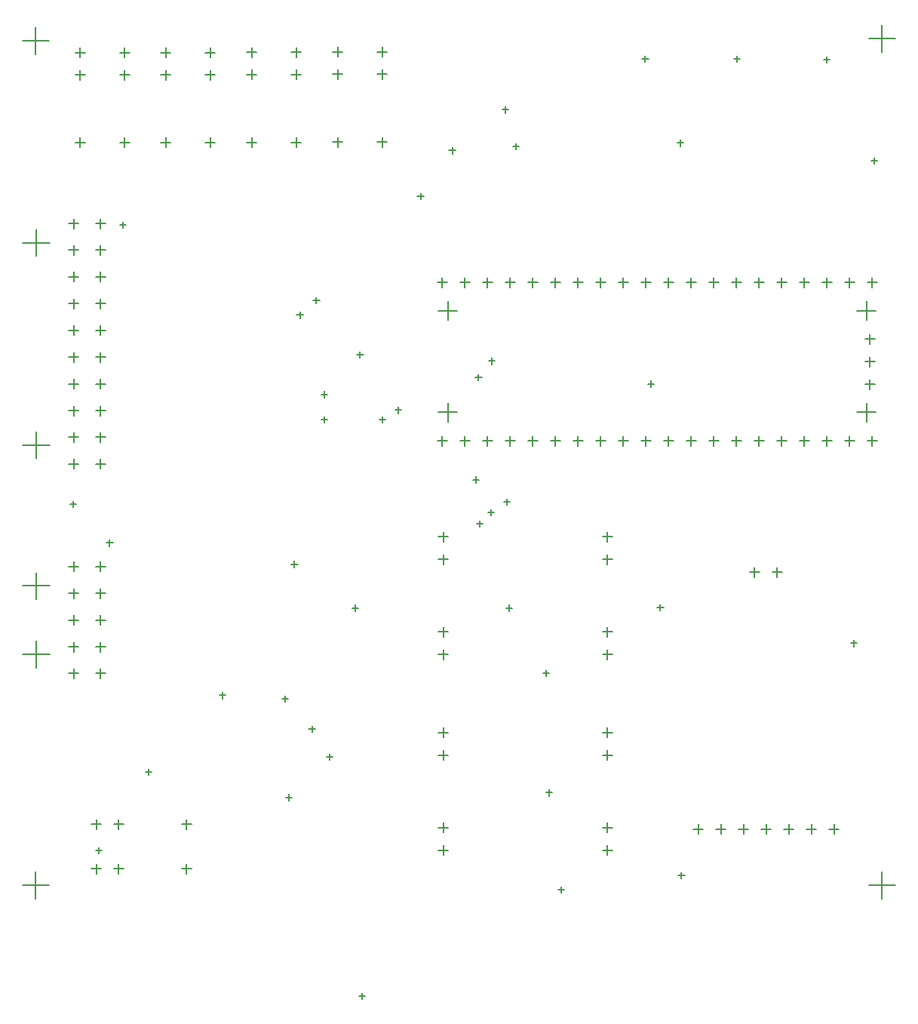
<source format=gbr>
%TF.GenerationSoftware,Altium Limited,Altium Designer,23.4.1 (23)*%
G04 Layer_Color=128*
%FSLAX45Y45*%
%MOMM*%
%TF.SameCoordinates,6CF259D0-23F4-4C04-AF4F-6D395A9B2DD4*%
%TF.FilePolarity,Positive*%
%TF.FileFunction,Drillmap*%
%TF.Part,Single*%
G01*
G75*
%TA.AperFunction,NonConductor*%
%ADD77C,0.12700*%
D77*
X620000Y6175000D02*
X730000D01*
X675000Y6120000D02*
Y6230000D01*
X1885000Y932500D02*
X1995000D01*
X1940000Y877500D02*
Y987500D01*
X1125000Y932500D02*
X1235000D01*
X1180000Y877500D02*
Y987500D01*
X875000Y932500D02*
X985000D01*
X930000Y877500D02*
Y987500D01*
X875000Y432500D02*
X985000D01*
X930000Y377500D02*
Y487500D01*
X1125000Y432500D02*
X1235000D01*
X1180000Y377500D02*
Y487500D01*
X1885000Y432500D02*
X1995000D01*
X1940000Y377500D02*
Y487500D01*
X1192500Y8582500D02*
X1302500D01*
X1247500Y8527500D02*
Y8637500D01*
X1192500Y9342500D02*
X1302500D01*
X1247500Y9287500D02*
Y9397500D01*
X1192500Y9592500D02*
X1302500D01*
X1247500Y9537500D02*
Y9647500D01*
X692500Y9592500D02*
X802500D01*
X747500Y9537500D02*
Y9647500D01*
X692500Y9342500D02*
X802500D01*
X747500Y9287500D02*
Y9397500D01*
X692500Y8582500D02*
X802500D01*
X747500Y8527500D02*
Y8637500D01*
X4085000Y8587500D02*
X4195000D01*
X4140000Y8532500D02*
Y8642500D01*
X4085000Y9347500D02*
X4195000D01*
X4140000Y9292500D02*
Y9402500D01*
X4085000Y9597500D02*
X4195000D01*
X4140000Y9542500D02*
Y9652500D01*
X3585000Y9597500D02*
X3695000D01*
X3640000Y9542500D02*
Y9652500D01*
X3585000Y9347500D02*
X3695000D01*
X3640000Y9292500D02*
Y9402500D01*
X3585000Y8587500D02*
X3695000D01*
X3640000Y8532500D02*
Y8642500D01*
X3120000Y8585000D02*
X3230000D01*
X3175000Y8530000D02*
Y8640000D01*
X3120000Y9345000D02*
X3230000D01*
X3175000Y9290000D02*
Y9400000D01*
X3120000Y9595000D02*
X3230000D01*
X3175000Y9540000D02*
Y9650000D01*
X2620000Y9595000D02*
X2730000D01*
X2675000Y9540000D02*
Y9650000D01*
X2620000Y9345000D02*
X2730000D01*
X2675000Y9290000D02*
Y9400000D01*
X2620000Y8585000D02*
X2730000D01*
X2675000Y8530000D02*
Y8640000D01*
X2155000Y8582500D02*
X2265000D01*
X2210000Y8527500D02*
Y8637500D01*
X2155000Y9342500D02*
X2265000D01*
X2210000Y9287500D02*
Y9397500D01*
X2155000Y9592500D02*
X2265000D01*
X2210000Y9537500D02*
Y9647500D01*
X1655000Y9592500D02*
X1765000D01*
X1710000Y9537500D02*
Y9647500D01*
X1655000Y9342500D02*
X1765000D01*
X1710000Y9287500D02*
Y9397500D01*
X1655000Y8582500D02*
X1765000D01*
X1710000Y8527500D02*
Y8637500D01*
X4770000Y1961000D02*
X4880000D01*
X4825000Y1906000D02*
Y2016000D01*
X4770000Y1707000D02*
X4880000D01*
X4825000Y1652000D02*
Y1762000D01*
X4770000Y641000D02*
X4880000D01*
X4825000Y586000D02*
Y696000D01*
X6610000Y895000D02*
X6720000D01*
X6665000Y840000D02*
Y950000D01*
X6610000Y641000D02*
X6720000D01*
X6665000Y586000D02*
Y696000D01*
X4770000Y895000D02*
X4880000D01*
X4825000Y840000D02*
Y950000D01*
X6610000Y1707000D02*
X6720000D01*
X6665000Y1652000D02*
Y1762000D01*
X6610000Y1961000D02*
X6720000D01*
X6665000Y1906000D02*
Y2016000D01*
X6610000Y4158500D02*
X6720000D01*
X6665000Y4103500D02*
Y4213500D01*
X6610000Y3904500D02*
X6720000D01*
X6665000Y3849500D02*
Y3959500D01*
X4770000Y3092500D02*
X4880000D01*
X4825000Y3037500D02*
Y3147500D01*
X6610000Y2838500D02*
X6720000D01*
X6665000Y2783500D02*
Y2893500D01*
X6610000Y3092500D02*
X6720000D01*
X6665000Y3037500D02*
Y3147500D01*
X4770000Y2838500D02*
X4880000D01*
X4825000Y2783500D02*
Y2893500D01*
X4770000Y3904500D02*
X4880000D01*
X4825000Y3849500D02*
Y3959500D01*
X4770000Y4158500D02*
X4880000D01*
X4825000Y4103500D02*
Y4213500D01*
X920000Y2925000D02*
X1030000D01*
X975000Y2870000D02*
Y2980000D01*
X920000Y3525000D02*
X1030000D01*
X975000Y3470000D02*
Y3580000D01*
X920000Y3225000D02*
X1030000D01*
X975000Y3170000D02*
Y3280000D01*
X920000Y3825000D02*
X1030000D01*
X975000Y3770000D02*
Y3880000D01*
X9557600Y6379000D02*
X9667599D01*
X9612600Y6324001D02*
Y6434000D01*
X9557600Y5871000D02*
X9667599D01*
X9612600Y5816001D02*
Y5926000D01*
X9557600Y6125000D02*
X9667599D01*
X9612600Y6070001D02*
Y6180000D01*
X6535000Y7014000D02*
X6644999D01*
X6590000Y6959001D02*
Y7069000D01*
X7805000Y7014000D02*
X7914999D01*
X7860000Y6959001D02*
Y7069000D01*
X9075000Y5236000D02*
X9184999D01*
X9130000Y5181001D02*
Y5291000D01*
X7805000Y5236000D02*
X7914999D01*
X7860000Y5181001D02*
Y5291000D01*
X4757000Y7014000D02*
X4866999D01*
X4812000Y6959001D02*
Y7069000D01*
X5011000Y7014000D02*
X5120999D01*
X5066000Y6959001D02*
Y7069000D01*
X5519000Y7014000D02*
X5628999D01*
X5574000Y6959001D02*
Y7069000D01*
X5773000Y7014000D02*
X5882999D01*
X5828000Y6959001D02*
Y7069000D01*
X6027000Y7014000D02*
X6136999D01*
X6082000Y6959001D02*
Y7069000D01*
X6281000Y7014000D02*
X6390999D01*
X6336000Y6959001D02*
Y7069000D01*
X6789000Y7014000D02*
X6898999D01*
X6844000Y6959001D02*
Y7069000D01*
X7043000Y7014000D02*
X7152999D01*
X7098000Y6959001D02*
Y7069000D01*
X7297000Y7014000D02*
X7406999D01*
X7352000Y6959001D02*
Y7069000D01*
X7551000Y7014000D02*
X7660999D01*
X7606000Y6959001D02*
Y7069000D01*
X8059000Y7014000D02*
X8168999D01*
X8114000Y6959001D02*
Y7069000D01*
X8313000Y7014000D02*
X8422999D01*
X8368000Y6959001D02*
Y7069000D01*
X8567000Y7014000D02*
X8676999D01*
X8622000Y6959001D02*
Y7069000D01*
X8821000Y7014000D02*
X8930999D01*
X8876000Y6959001D02*
Y7069000D01*
X9329000Y7014000D02*
X9438999D01*
X9384000Y6959001D02*
Y7069000D01*
X9583000Y7014000D02*
X9692999D01*
X9638000Y6959001D02*
Y7069000D01*
X9583000Y5236000D02*
X9692999D01*
X9638000Y5181001D02*
Y5291000D01*
X9329000Y5236000D02*
X9438999D01*
X9384000Y5181001D02*
Y5291000D01*
X8821000Y5236000D02*
X8930999D01*
X8876000Y5181001D02*
Y5291000D01*
X8567000Y5236000D02*
X8676999D01*
X8622000Y5181001D02*
Y5291000D01*
X8313000Y5236000D02*
X8422999D01*
X8368000Y5181001D02*
Y5291000D01*
X8059000Y5236000D02*
X8168999D01*
X8114000Y5181001D02*
Y5291000D01*
X7551000Y5236000D02*
X7660999D01*
X7606000Y5181001D02*
Y5291000D01*
X7297000Y5236000D02*
X7406999D01*
X7352000Y5181001D02*
Y5291000D01*
X7043000Y5236000D02*
X7152999D01*
X7098000Y5181001D02*
Y5291000D01*
X6789000Y5236000D02*
X6898999D01*
X6844000Y5181001D02*
Y5291000D01*
X6281000Y5236000D02*
X6390999D01*
X6336000Y5181001D02*
Y5291000D01*
X6027000Y5236000D02*
X6136999D01*
X6082000Y5181001D02*
Y5291000D01*
X5773000Y5236000D02*
X5882999D01*
X5828000Y5181001D02*
Y5291000D01*
X5519000Y5236000D02*
X5628999D01*
X5574000Y5181001D02*
Y5291000D01*
X5011000Y5236000D02*
X5120999D01*
X5066000Y5181001D02*
Y5291000D01*
X4757000Y5236000D02*
X4866999D01*
X4812000Y5181001D02*
Y5291000D01*
X5265000Y5236000D02*
X5374999D01*
X5320000Y5181001D02*
Y5291000D01*
X6535000Y5236000D02*
X6644999D01*
X6590000Y5181001D02*
Y5291000D01*
X5265000Y7014000D02*
X5374999D01*
X5320000Y6959001D02*
Y7069000D01*
X9075000Y7014000D02*
X9184999D01*
X9130000Y6959001D02*
Y7069000D01*
X620000Y7075000D02*
X730000D01*
X675000Y7020000D02*
Y7130000D01*
X620000Y6775000D02*
X730000D01*
X675000Y6720000D02*
Y6830000D01*
X620000Y7675000D02*
X730000D01*
X675000Y7620000D02*
Y7730000D01*
X620000Y7375000D02*
X730000D01*
X675000Y7320000D02*
Y7430000D01*
X620000Y6475000D02*
X730000D01*
X675000Y6420000D02*
Y6530000D01*
X620000Y5275000D02*
X730000D01*
X675000Y5220000D02*
Y5330000D01*
X620000Y4975000D02*
X730000D01*
X675000Y4920000D02*
Y5030000D01*
X620000Y5875000D02*
X730000D01*
X675000Y5820000D02*
Y5930000D01*
X620000Y5575000D02*
X730000D01*
X675000Y5520000D02*
Y5630000D01*
X106500Y5189000D02*
X406500D01*
X256500Y5039000D02*
Y5339000D01*
X106500Y7459000D02*
X406500D01*
X256500Y7309000D02*
Y7609000D01*
X920000Y4975000D02*
X1030000D01*
X975000Y4920000D02*
Y5030000D01*
X920000Y5275000D02*
X1030000D01*
X975000Y5220000D02*
Y5330000D01*
X920000Y5575000D02*
X1030000D01*
X975000Y5520000D02*
Y5630000D01*
X920000Y5875000D02*
X1030000D01*
X975000Y5820000D02*
Y5930000D01*
X920000Y6175000D02*
X1030000D01*
X975000Y6120000D02*
Y6230000D01*
X920000Y6475000D02*
X1030000D01*
X975000Y6420000D02*
Y6530000D01*
X920000Y6775000D02*
X1030000D01*
X975000Y6720000D02*
Y6830000D01*
X920000Y7075000D02*
X1030000D01*
X975000Y7020000D02*
Y7130000D01*
X920000Y7375000D02*
X1030000D01*
X975000Y7320000D02*
Y7430000D01*
X920000Y7675000D02*
X1030000D01*
X975000Y7620000D02*
Y7730000D01*
X8903000Y880000D02*
X9013000D01*
X8958000Y825000D02*
Y935000D01*
X7633000Y880000D02*
X7743000D01*
X7688000Y825000D02*
Y935000D01*
X7887000Y880000D02*
X7997000D01*
X7942000Y825000D02*
Y935000D01*
X8141000Y880000D02*
X8251000D01*
X8196000Y825000D02*
Y935000D01*
X8395000Y880000D02*
X8505000D01*
X8450000Y825000D02*
Y935000D01*
X8649000Y880000D02*
X8759000D01*
X8704000Y825000D02*
Y935000D01*
X9157000Y880000D02*
X9267000D01*
X9212000Y825000D02*
Y935000D01*
X8517000Y3760000D02*
X8627000D01*
X8572000Y3705000D02*
Y3815000D01*
X8263000Y3760000D02*
X8373000D01*
X8318000Y3705000D02*
Y3815000D01*
X620000Y3525000D02*
X730000D01*
X675000Y3470000D02*
Y3580000D01*
X620000Y3225000D02*
X730000D01*
X675000Y3170000D02*
Y3280000D01*
X620000Y2925000D02*
X730000D01*
X675000Y2870000D02*
Y2980000D01*
X620000Y2625000D02*
X730000D01*
X675000Y2570000D02*
Y2680000D01*
X920000Y2625000D02*
X1030000D01*
X975000Y2570000D02*
Y2680000D01*
X620000Y3825000D02*
X730000D01*
X675000Y3770000D02*
Y3880000D01*
X106500Y3609000D02*
X406500D01*
X256500Y3459000D02*
Y3759000D01*
X106500Y2839000D02*
X406500D01*
X256500Y2689000D02*
Y2989000D01*
X5529440Y3360000D02*
X5600560D01*
X5565000Y3324440D02*
Y3395560D01*
X3874440Y-992500D02*
X3945560D01*
X3910000Y-1028060D02*
Y-956940D01*
X3056940Y1235000D02*
X3128060D01*
X3092500Y1199440D02*
Y1270560D01*
X919440Y637500D02*
X990560D01*
X955000Y601940D02*
Y673060D01*
X7119440Y5875000D02*
X7190560D01*
X7155000Y5839440D02*
Y5910560D01*
X4281940Y5580000D02*
X4353060D01*
X4317500Y5544440D02*
Y5615560D01*
X4104440Y5471500D02*
X4175560D01*
X4140000Y5435940D02*
Y5507060D01*
X3454440Y5471500D02*
X3525560D01*
X3490000Y5435940D02*
Y5507060D01*
X3454440Y5756268D02*
X3525560D01*
X3490000Y5720708D02*
Y5791828D01*
X3118806Y3851641D02*
X3189926D01*
X3154366Y3816081D02*
Y3887201D01*
X3799640Y3360200D02*
X3870760D01*
X3835200Y3324640D02*
Y3395760D01*
X7451940Y8577500D02*
X7523060D01*
X7487500Y8541940D02*
Y8613060D01*
X4889440Y8492500D02*
X4960560D01*
X4925000Y8456940D02*
Y8528060D01*
X9626940Y8380000D02*
X9698060D01*
X9662500Y8344440D02*
Y8415560D01*
X5976940Y1287500D02*
X6048060D01*
X6012500Y1251940D02*
Y1323060D01*
X631940Y4527500D02*
X703060D01*
X667500Y4491940D02*
Y4563060D01*
X3179440Y6647500D02*
X3250560D01*
X3215000Y6611940D02*
Y6683060D01*
X5604440Y8540000D02*
X5675560D01*
X5640000Y8504440D02*
Y8575560D01*
X5199440Y4305000D02*
X5270560D01*
X5235000Y4269440D02*
Y4340560D01*
X5324440Y4431500D02*
X5395560D01*
X5360000Y4395940D02*
Y4467060D01*
X1482140Y1517700D02*
X1553260D01*
X1517700Y1482140D02*
Y1553260D01*
X9094440Y9510000D02*
X9165560D01*
X9130000Y9474440D02*
Y9545560D01*
X7054440Y9520000D02*
X7125560D01*
X7090000Y9484440D02*
Y9555560D01*
X1044440Y4090000D02*
X1115560D01*
X1080000Y4054440D02*
Y4125560D01*
X4534440Y7980000D02*
X4605560D01*
X4570000Y7944440D02*
Y8015560D01*
X9394440Y2965000D02*
X9465560D01*
X9430000Y2929440D02*
Y3000560D01*
X3314440Y2005000D02*
X3385560D01*
X3350000Y1969440D02*
Y2040560D01*
X3014440Y2340000D02*
X3085560D01*
X3050000Y2304440D02*
Y2375560D01*
X3514440Y1690000D02*
X3585560D01*
X3550000Y1654440D02*
Y1725560D01*
X9470000Y5555001D02*
X9680000D01*
X9575000Y5450001D02*
Y5660001D01*
X4769999Y6695000D02*
X4979999D01*
X4874999Y6590000D02*
Y6800000D01*
X9470000Y6695000D02*
X9680000D01*
X9575000Y6590000D02*
Y6800000D01*
X4769999Y5555001D02*
X4979999D01*
X4874999Y5450001D02*
Y5660001D01*
X100000Y250000D02*
X400000D01*
X250000Y100000D02*
Y400000D01*
X7461940Y360000D02*
X7533060D01*
X7497500Y324440D02*
Y395560D01*
X2309440Y2380000D02*
X2380560D01*
X2345000Y2344440D02*
Y2415560D01*
X7224440Y3367500D02*
X7295560D01*
X7260000Y3331940D02*
Y3403060D01*
X1194440Y7660000D02*
X1265560D01*
X1230000Y7624440D02*
Y7695560D01*
X5154440Y4800000D02*
X5225560D01*
X5190000Y4764440D02*
Y4835560D01*
X3854440Y6200000D02*
X3925560D01*
X3890000Y6164440D02*
Y6235560D01*
X3364440Y6810000D02*
X3435560D01*
X3400000Y6774440D02*
Y6845560D01*
X5184440Y5950000D02*
X5255560D01*
X5220000Y5914440D02*
Y5985560D01*
X5334440Y6130000D02*
X5405560D01*
X5370000Y6094440D02*
Y6165560D01*
X5504440Y4550000D02*
X5575560D01*
X5540000Y4514440D02*
Y4585560D01*
X5484440Y8950000D02*
X5555560D01*
X5520000Y8914440D02*
Y8985560D01*
X5944440Y2630000D02*
X6015560D01*
X5980000Y2594440D02*
Y2665560D01*
X8084440Y9520000D02*
X8155560D01*
X8120000Y9484440D02*
Y9555560D01*
X6114440Y200000D02*
X6185560D01*
X6150000Y164440D02*
Y235560D01*
X100000Y9725000D02*
X400000D01*
X250000Y9575000D02*
Y9875000D01*
X9600000Y250000D02*
X9900000D01*
X9750000Y100000D02*
Y400000D01*
X9600000Y9750000D02*
X9900000D01*
X9750000Y9600000D02*
Y9900000D01*
%TF.MD5,8b2f2610032c0d616b7e947f8ada9e26*%
M02*

</source>
